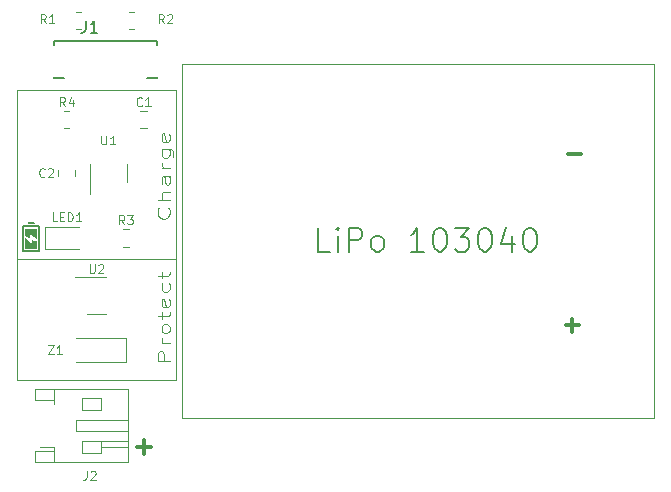
<source format=gbr>
%TF.GenerationSoftware,KiCad,Pcbnew,6.0.10-86aedd382b~118~ubuntu22.04.1*%
%TF.CreationDate,2023-02-04T11:12:36-05:00*%
%TF.ProjectId,HP Classic V3,48502043-6c61-4737-9369-632056332e6b,V3.1*%
%TF.SameCoordinates,Original*%
%TF.FileFunction,Legend,Top*%
%TF.FilePolarity,Positive*%
%FSLAX46Y46*%
G04 Gerber Fmt 4.6, Leading zero omitted, Abs format (unit mm)*
G04 Created by KiCad (PCBNEW 6.0.10-86aedd382b~118~ubuntu22.04.1) date 2023-02-04 11:12:36*
%MOMM*%
%LPD*%
G01*
G04 APERTURE LIST*
%ADD10C,0.100000*%
%ADD11C,0.000000*%
%ADD12C,0.300000*%
%ADD13C,0.200000*%
%ADD14C,0.150000*%
%ADD15C,0.120000*%
G04 APERTURE END LIST*
D10*
X14202380Y13071428D02*
X13202380Y13071428D01*
X13202380Y13642857D01*
X13250000Y13785714D01*
X13297619Y13857142D01*
X13392857Y13928571D01*
X13535714Y13928571D01*
X13630952Y13857142D01*
X13678571Y13785714D01*
X13726190Y13642857D01*
X13726190Y13071428D01*
X14202380Y14571428D02*
X13535714Y14571428D01*
X13726190Y14571428D02*
X13630952Y14642857D01*
X13583333Y14714285D01*
X13535714Y14857142D01*
X13535714Y15000000D01*
X14202380Y15714285D02*
X14154761Y15571428D01*
X14107142Y15500000D01*
X14011904Y15428571D01*
X13726190Y15428571D01*
X13630952Y15500000D01*
X13583333Y15571428D01*
X13535714Y15714285D01*
X13535714Y15928571D01*
X13583333Y16071428D01*
X13630952Y16142857D01*
X13726190Y16214285D01*
X14011904Y16214285D01*
X14107142Y16142857D01*
X14154761Y16071428D01*
X14202380Y15928571D01*
X14202380Y15714285D01*
X13535714Y16642857D02*
X13535714Y17214285D01*
X13202380Y16857142D02*
X14059523Y16857142D01*
X14154761Y16928571D01*
X14202380Y17071428D01*
X14202380Y17214285D01*
X14154761Y18285714D02*
X14202380Y18142857D01*
X14202380Y17857142D01*
X14154761Y17714285D01*
X14059523Y17642857D01*
X13678571Y17642857D01*
X13583333Y17714285D01*
X13535714Y17857142D01*
X13535714Y18142857D01*
X13583333Y18285714D01*
X13678571Y18357142D01*
X13773809Y18357142D01*
X13869047Y17642857D01*
X14154761Y19642857D02*
X14202380Y19500000D01*
X14202380Y19214285D01*
X14154761Y19071428D01*
X14107142Y19000000D01*
X14011904Y18928571D01*
X13726190Y18928571D01*
X13630952Y19000000D01*
X13583333Y19071428D01*
X13535714Y19214285D01*
X13535714Y19500000D01*
X13583333Y19642857D01*
X13535714Y20071428D02*
X13535714Y20642857D01*
X13202380Y20285714D02*
X14059523Y20285714D01*
X14154761Y20357142D01*
X14202380Y20500000D01*
X14202380Y20642857D01*
X14107142Y26071428D02*
X14154761Y26000000D01*
X14202380Y25785714D01*
X14202380Y25642857D01*
X14154761Y25428571D01*
X14059523Y25285714D01*
X13964285Y25214285D01*
X13773809Y25142857D01*
X13630952Y25142857D01*
X13440476Y25214285D01*
X13345238Y25285714D01*
X13250000Y25428571D01*
X13202380Y25642857D01*
X13202380Y25785714D01*
X13250000Y26000000D01*
X13297619Y26071428D01*
X14202380Y26714285D02*
X13202380Y26714285D01*
X14202380Y27357142D02*
X13678571Y27357142D01*
X13583333Y27285714D01*
X13535714Y27142857D01*
X13535714Y26928571D01*
X13583333Y26785714D01*
X13630952Y26714285D01*
X14202380Y28714285D02*
X13678571Y28714285D01*
X13583333Y28642857D01*
X13535714Y28500000D01*
X13535714Y28214285D01*
X13583333Y28071428D01*
X14154761Y28714285D02*
X14202380Y28571428D01*
X14202380Y28214285D01*
X14154761Y28071428D01*
X14059523Y28000000D01*
X13964285Y28000000D01*
X13869047Y28071428D01*
X13821428Y28214285D01*
X13821428Y28571428D01*
X13773809Y28714285D01*
X14202380Y29428571D02*
X13535714Y29428571D01*
X13726190Y29428571D02*
X13630952Y29500000D01*
X13583333Y29571428D01*
X13535714Y29714285D01*
X13535714Y29857142D01*
X13535714Y31000000D02*
X14345238Y31000000D01*
X14440476Y30928571D01*
X14488095Y30857142D01*
X14535714Y30714285D01*
X14535714Y30500000D01*
X14488095Y30357142D01*
X14154761Y31000000D02*
X14202380Y30857142D01*
X14202380Y30571428D01*
X14154761Y30428571D01*
X14107142Y30357142D01*
X14011904Y30285714D01*
X13726190Y30285714D01*
X13630952Y30357142D01*
X13583333Y30428571D01*
X13535714Y30571428D01*
X13535714Y30857142D01*
X13583333Y31000000D01*
X14154761Y32285714D02*
X14202380Y32142857D01*
X14202380Y31857142D01*
X14154761Y31714285D01*
X14059523Y31642857D01*
X13678571Y31642857D01*
X13583333Y31714285D01*
X13535714Y31857142D01*
X13535714Y32142857D01*
X13583333Y32285714D01*
X13678571Y32357142D01*
X13773809Y32357142D01*
X13869047Y31642857D01*
X1250000Y21750000D02*
X14750000Y21750000D01*
X14750000Y21750000D02*
X14750000Y11500000D01*
X14750000Y11500000D02*
X1250000Y11500000D01*
X1250000Y11500000D02*
X1250000Y21750000D01*
X1250000Y36000000D02*
X14750000Y36000000D01*
X14750000Y36000000D02*
X14750000Y21750000D01*
X14750000Y21750000D02*
X1250000Y21750000D01*
X1250000Y21750000D02*
X1250000Y36000000D01*
D11*
G36*
X2675518Y24869433D02*
G01*
X2678704Y24869284D01*
X2681864Y24869035D01*
X2684997Y24868685D01*
X2688103Y24868235D01*
X2691179Y24867683D01*
X2694226Y24867030D01*
X2697243Y24866275D01*
X2700228Y24865417D01*
X2703182Y24864457D01*
X2706104Y24863394D01*
X2708992Y24862228D01*
X2711846Y24860957D01*
X2714665Y24859582D01*
X2717448Y24858103D01*
X2720195Y24856518D01*
X2722936Y24854847D01*
X2725603Y24853108D01*
X2728196Y24851300D01*
X2730717Y24849424D01*
X2733164Y24847480D01*
X2735538Y24845468D01*
X2737841Y24843387D01*
X2740072Y24841239D01*
X2742232Y24839022D01*
X2744320Y24836737D01*
X2746339Y24834383D01*
X2748287Y24831962D01*
X2750165Y24829472D01*
X2751974Y24826914D01*
X2753714Y24824288D01*
X2755385Y24821593D01*
X2756969Y24818803D01*
X2758449Y24815987D01*
X2759824Y24813146D01*
X2761094Y24810278D01*
X2762261Y24807384D01*
X2763324Y24804464D01*
X2764284Y24801517D01*
X2765141Y24798541D01*
X2765897Y24795538D01*
X2766550Y24792507D01*
X2767101Y24789447D01*
X2767552Y24786358D01*
X2767901Y24783240D01*
X2768151Y24780091D01*
X2768300Y24776913D01*
X2768350Y24773704D01*
X2768350Y24677395D01*
X2192087Y24677395D01*
X2192087Y24773439D01*
X2192199Y24778310D01*
X2192533Y24783100D01*
X2193090Y24787807D01*
X2193869Y24792431D01*
X2194870Y24796972D01*
X2196092Y24801428D01*
X2197535Y24805799D01*
X2199198Y24810084D01*
X2201081Y24814282D01*
X2203185Y24818392D01*
X2205507Y24822415D01*
X2208049Y24826348D01*
X2210809Y24830191D01*
X2213788Y24833943D01*
X2216984Y24837604D01*
X2220398Y24841172D01*
X2223966Y24844586D01*
X2227627Y24847782D01*
X2231379Y24850761D01*
X2235222Y24853521D01*
X2239155Y24856063D01*
X2243178Y24858385D01*
X2247288Y24860489D01*
X2251486Y24862372D01*
X2255771Y24864036D01*
X2260142Y24865479D01*
X2264598Y24866701D01*
X2269139Y24867701D01*
X2273763Y24868480D01*
X2278470Y24869037D01*
X2283260Y24869371D01*
X2288131Y24869483D01*
X2672306Y24869483D01*
X2675518Y24869433D01*
G37*
G36*
X2034164Y23469506D02*
G01*
X2115358Y23397341D01*
X2507206Y23051531D01*
X2509255Y23049897D01*
X2511336Y23048368D01*
X2513447Y23046945D01*
X2515590Y23045627D01*
X2517763Y23044415D01*
X2519968Y23043308D01*
X2522203Y23042307D01*
X2524470Y23041411D01*
X2526767Y23040620D01*
X2529096Y23039935D01*
X2531456Y23039355D01*
X2533846Y23038881D01*
X2536268Y23038512D01*
X2538720Y23038248D01*
X2541204Y23038090D01*
X2543719Y23038037D01*
X2545154Y23038056D01*
X2546583Y23038112D01*
X2548005Y23038205D01*
X2549420Y23038335D01*
X2550826Y23038502D01*
X2552225Y23038707D01*
X2553615Y23038949D01*
X2554996Y23039228D01*
X2556368Y23039544D01*
X2557731Y23039898D01*
X2559083Y23040288D01*
X2560424Y23040716D01*
X2561755Y23041181D01*
X2563075Y23041683D01*
X2564383Y23042223D01*
X2565679Y23042800D01*
X2567511Y23043712D01*
X2569285Y23044663D01*
X2571002Y23045653D01*
X2572661Y23046681D01*
X2574263Y23047747D01*
X2575807Y23048852D01*
X2577293Y23049994D01*
X2578722Y23051175D01*
X2580093Y23052394D01*
X2581407Y23053651D01*
X2582662Y23054946D01*
X2583859Y23056278D01*
X2584999Y23057648D01*
X2586081Y23059055D01*
X2587104Y23060500D01*
X2588070Y23061982D01*
X2588977Y23063501D01*
X2589826Y23065058D01*
X2590617Y23066651D01*
X2591349Y23068281D01*
X2592024Y23069948D01*
X2592640Y23071652D01*
X2593197Y23073393D01*
X2593696Y23075170D01*
X2594137Y23076983D01*
X2594518Y23078833D01*
X2594842Y23080719D01*
X2595106Y23082641D01*
X2595312Y23084599D01*
X2595459Y23086593D01*
X2595548Y23088623D01*
X2595577Y23090689D01*
X2595577Y23353950D01*
X2813032Y23277353D01*
X2960438Y23226156D01*
X2960438Y22564698D01*
X2000000Y22564698D01*
X2000000Y23500000D01*
X2034164Y23469506D01*
G37*
G36*
X2960702Y23366650D02*
G01*
X2960437Y23366650D01*
X2758825Y23539422D01*
X2539750Y23726747D01*
X2406962Y23840088D01*
X2400717Y23845316D01*
X2405246Y23841308D01*
X2446617Y23805593D01*
X2444672Y23807085D01*
X2442709Y23808482D01*
X2440727Y23809787D01*
X2438725Y23810997D01*
X2436702Y23812112D01*
X2434659Y23813132D01*
X2432595Y23814057D01*
X2430510Y23814887D01*
X2428403Y23815620D01*
X2426274Y23816257D01*
X2424123Y23816797D01*
X2421948Y23817239D01*
X2419751Y23817584D01*
X2417530Y23817831D01*
X2415284Y23817979D01*
X2413015Y23818029D01*
X2411678Y23818010D01*
X2410347Y23817954D01*
X2409021Y23817861D01*
X2407698Y23817731D01*
X2406379Y23817564D01*
X2405062Y23817359D01*
X2403746Y23817117D01*
X2402431Y23816838D01*
X2401117Y23816522D01*
X2399801Y23816168D01*
X2398484Y23815778D01*
X2397164Y23815350D01*
X2395842Y23814885D01*
X2394516Y23814382D01*
X2393185Y23813843D01*
X2391848Y23813266D01*
X2390188Y23812403D01*
X2388580Y23811499D01*
X2387025Y23810555D01*
X2385523Y23809570D01*
X2384073Y23808545D01*
X2382676Y23807479D01*
X2381332Y23806372D01*
X2380041Y23805225D01*
X2378802Y23804038D01*
X2377616Y23802809D01*
X2376483Y23801540D01*
X2375403Y23800230D01*
X2374375Y23798879D01*
X2373400Y23797487D01*
X2372477Y23796054D01*
X2371607Y23794580D01*
X2370790Y23793065D01*
X2370026Y23791509D01*
X2369315Y23789911D01*
X2368656Y23788273D01*
X2368050Y23786593D01*
X2367496Y23784872D01*
X2366995Y23783109D01*
X2366547Y23781305D01*
X2366152Y23779460D01*
X2365809Y23777573D01*
X2365520Y23775644D01*
X2365282Y23773674D01*
X2365098Y23771663D01*
X2364966Y23769609D01*
X2364861Y23765377D01*
X2365919Y23504233D01*
X2318327Y23521034D01*
X2229659Y23552122D01*
X2000265Y23633879D01*
X2000265Y24293750D01*
X2960702Y24293750D01*
X2960702Y23366650D01*
G37*
G36*
X1894078Y22276786D02*
G01*
X1884385Y22277446D01*
X1874877Y22278546D01*
X1865555Y22280084D01*
X1856416Y22282062D01*
X1847462Y22284477D01*
X1838692Y22287331D01*
X1830105Y22290622D01*
X1821700Y22294351D01*
X1813479Y22298516D01*
X1805439Y22303117D01*
X1797581Y22308155D01*
X1789905Y22313628D01*
X1782410Y22319537D01*
X1775095Y22325880D01*
X1767960Y22332658D01*
X1761139Y22339793D01*
X1754763Y22347107D01*
X1748833Y22354603D01*
X1743346Y22362279D01*
X1738303Y22370137D01*
X1733702Y22378176D01*
X1729543Y22386398D01*
X1725826Y22394802D01*
X1722548Y22403389D01*
X1719710Y22412160D01*
X1717311Y22421114D01*
X1715350Y22430252D01*
X1713826Y22439575D01*
X1712738Y22449082D01*
X1712086Y22458775D01*
X1711869Y22468654D01*
X1903956Y22468654D01*
X3056481Y22468654D01*
X3056481Y24389264D01*
X1903956Y24389264D01*
X1903956Y22468654D01*
X1711869Y22468654D01*
X1711869Y24389264D01*
X1712089Y24399143D01*
X1712749Y24408836D01*
X1713848Y24418343D01*
X1715387Y24427666D01*
X1717364Y24436804D01*
X1719780Y24445758D01*
X1722634Y24454529D01*
X1725925Y24463116D01*
X1729653Y24471520D01*
X1733818Y24479742D01*
X1738420Y24487781D01*
X1743458Y24495639D01*
X1748931Y24503315D01*
X1754839Y24510811D01*
X1761183Y24518125D01*
X1767960Y24525260D01*
X1775095Y24532081D01*
X1782410Y24538457D01*
X1789905Y24544388D01*
X1797581Y24549875D01*
X1805439Y24554918D01*
X1813479Y24559518D01*
X1821700Y24563677D01*
X1830104Y24567395D01*
X1838692Y24570672D01*
X1847462Y24573510D01*
X1856416Y24575910D01*
X1865555Y24577871D01*
X1874877Y24579395D01*
X1884385Y24580483D01*
X1894078Y24581135D01*
X1903956Y24581352D01*
X3056481Y24581352D01*
X3066360Y24581132D01*
X3076053Y24580472D01*
X3085560Y24579372D01*
X3094883Y24577834D01*
X3104021Y24575856D01*
X3112975Y24573441D01*
X3121746Y24570587D01*
X3130333Y24567296D01*
X3138737Y24563567D01*
X3146959Y24559402D01*
X3154998Y24554801D01*
X3162856Y24549763D01*
X3170532Y24544290D01*
X3178028Y24538381D01*
X3185342Y24532038D01*
X3192477Y24525260D01*
X3199298Y24518125D01*
X3205674Y24510811D01*
X3211605Y24503315D01*
X3217092Y24495639D01*
X3222135Y24487781D01*
X3226735Y24479742D01*
X3230894Y24471520D01*
X3234612Y24463116D01*
X3237889Y24454529D01*
X3240727Y24445758D01*
X3243126Y24436804D01*
X3245088Y24427666D01*
X3246612Y24418343D01*
X3247699Y24408836D01*
X3248351Y24399143D01*
X3248569Y24389264D01*
X3248569Y22468654D01*
X3248349Y22458775D01*
X3247689Y22449082D01*
X3246589Y22439575D01*
X3245051Y22430252D01*
X3243073Y22421114D01*
X3240657Y22412160D01*
X3237804Y22403389D01*
X3234513Y22394802D01*
X3230784Y22386398D01*
X3226619Y22378176D01*
X3222018Y22370137D01*
X3216980Y22362279D01*
X3211507Y22354603D01*
X3205598Y22347107D01*
X3199255Y22339793D01*
X3192477Y22332658D01*
X3185386Y22325837D01*
X3178104Y22319461D01*
X3170631Y22313530D01*
X3162968Y22308043D01*
X3155116Y22303000D01*
X3147075Y22298400D01*
X3138847Y22294241D01*
X3130432Y22290523D01*
X3121831Y22287246D01*
X3113045Y22284408D01*
X3104075Y22282009D01*
X3094920Y22280047D01*
X3085583Y22278523D01*
X3076063Y22277436D01*
X3066363Y22276784D01*
X3056481Y22276566D01*
X1903956Y22276566D01*
X1894078Y22276786D01*
G37*
D12*
X47928571Y30642857D02*
X49071428Y30642857D01*
X47728571Y16092857D02*
X48871428Y16092857D01*
X48300000Y15521428D02*
X48300000Y16664285D01*
X11478571Y5792857D02*
X12621428Y5792857D01*
X12050000Y5221428D02*
X12050000Y6364285D01*
D10*
X15250000Y38250000D02*
X55250000Y38250000D01*
X55250000Y38250000D02*
X55250000Y8250000D01*
X55250000Y8250000D02*
X15250000Y8250000D01*
X15250000Y8250000D02*
X15250000Y38250000D01*
D13*
X27761904Y22345238D02*
X26809523Y22345238D01*
X26809523Y24345238D01*
X28428571Y22345238D02*
X28428571Y23678571D01*
X28428571Y24345238D02*
X28333333Y24250000D01*
X28428571Y24154761D01*
X28523809Y24250000D01*
X28428571Y24345238D01*
X28428571Y24154761D01*
X29380952Y22345238D02*
X29380952Y24345238D01*
X30142857Y24345238D01*
X30333333Y24250000D01*
X30428571Y24154761D01*
X30523809Y23964285D01*
X30523809Y23678571D01*
X30428571Y23488095D01*
X30333333Y23392857D01*
X30142857Y23297619D01*
X29380952Y23297619D01*
X31666666Y22345238D02*
X31476190Y22440476D01*
X31380952Y22535714D01*
X31285714Y22726190D01*
X31285714Y23297619D01*
X31380952Y23488095D01*
X31476190Y23583333D01*
X31666666Y23678571D01*
X31952380Y23678571D01*
X32142857Y23583333D01*
X32238095Y23488095D01*
X32333333Y23297619D01*
X32333333Y22726190D01*
X32238095Y22535714D01*
X32142857Y22440476D01*
X31952380Y22345238D01*
X31666666Y22345238D01*
X35761904Y22345238D02*
X34619047Y22345238D01*
X35190476Y22345238D02*
X35190476Y24345238D01*
X35000000Y24059523D01*
X34809523Y23869047D01*
X34619047Y23773809D01*
X37000000Y24345238D02*
X37190476Y24345238D01*
X37380952Y24250000D01*
X37476190Y24154761D01*
X37571428Y23964285D01*
X37666666Y23583333D01*
X37666666Y23107142D01*
X37571428Y22726190D01*
X37476190Y22535714D01*
X37380952Y22440476D01*
X37190476Y22345238D01*
X37000000Y22345238D01*
X36809523Y22440476D01*
X36714285Y22535714D01*
X36619047Y22726190D01*
X36523809Y23107142D01*
X36523809Y23583333D01*
X36619047Y23964285D01*
X36714285Y24154761D01*
X36809523Y24250000D01*
X37000000Y24345238D01*
X38333333Y24345238D02*
X39571428Y24345238D01*
X38904761Y23583333D01*
X39190476Y23583333D01*
X39380952Y23488095D01*
X39476190Y23392857D01*
X39571428Y23202380D01*
X39571428Y22726190D01*
X39476190Y22535714D01*
X39380952Y22440476D01*
X39190476Y22345238D01*
X38619047Y22345238D01*
X38428571Y22440476D01*
X38333333Y22535714D01*
X40809523Y24345238D02*
X41000000Y24345238D01*
X41190476Y24250000D01*
X41285714Y24154761D01*
X41380952Y23964285D01*
X41476190Y23583333D01*
X41476190Y23107142D01*
X41380952Y22726190D01*
X41285714Y22535714D01*
X41190476Y22440476D01*
X41000000Y22345238D01*
X40809523Y22345238D01*
X40619047Y22440476D01*
X40523809Y22535714D01*
X40428571Y22726190D01*
X40333333Y23107142D01*
X40333333Y23583333D01*
X40428571Y23964285D01*
X40523809Y24154761D01*
X40619047Y24250000D01*
X40809523Y24345238D01*
X43190476Y23678571D02*
X43190476Y22345238D01*
X42714285Y24440476D02*
X42238095Y23011904D01*
X43476190Y23011904D01*
X44619047Y24345238D02*
X44809523Y24345238D01*
X45000000Y24250000D01*
X45095238Y24154761D01*
X45190476Y23964285D01*
X45285714Y23583333D01*
X45285714Y23107142D01*
X45190476Y22726190D01*
X45095238Y22535714D01*
X45000000Y22440476D01*
X44809523Y22345238D01*
X44619047Y22345238D01*
X44428571Y22440476D01*
X44333333Y22535714D01*
X44238095Y22726190D01*
X44142857Y23107142D01*
X44142857Y23583333D01*
X44238095Y23964285D01*
X44333333Y24154761D01*
X44428571Y24250000D01*
X44619047Y24345238D01*
D14*
%TO.C,J1*%
X7091666Y41882619D02*
X7091666Y41168333D01*
X7044047Y41025476D01*
X6948809Y40930238D01*
X6805952Y40882619D01*
X6710714Y40882619D01*
X8091666Y40882619D02*
X7520238Y40882619D01*
X7805952Y40882619D02*
X7805952Y41882619D01*
X7710714Y41739761D01*
X7615476Y41644523D01*
X7520238Y41596904D01*
D10*
%TO.C,C1*%
X11875000Y34732142D02*
X11839285Y34696428D01*
X11732142Y34660714D01*
X11660714Y34660714D01*
X11553571Y34696428D01*
X11482142Y34767857D01*
X11446428Y34839285D01*
X11410714Y34982142D01*
X11410714Y35089285D01*
X11446428Y35232142D01*
X11482142Y35303571D01*
X11553571Y35375000D01*
X11660714Y35410714D01*
X11732142Y35410714D01*
X11839285Y35375000D01*
X11875000Y35339285D01*
X12589285Y34660714D02*
X12160714Y34660714D01*
X12375000Y34660714D02*
X12375000Y35410714D01*
X12303571Y35303571D01*
X12232142Y35232142D01*
X12160714Y35196428D01*
%TO.C,U2*%
X7428571Y21284242D02*
X7428571Y20677099D01*
X7464285Y20605670D01*
X7500000Y20569956D01*
X7571428Y20534242D01*
X7714285Y20534242D01*
X7785714Y20569956D01*
X7821428Y20605670D01*
X7857142Y20677099D01*
X7857142Y21284242D01*
X8178571Y21212813D02*
X8214285Y21248528D01*
X8285714Y21284242D01*
X8464285Y21284242D01*
X8535714Y21248528D01*
X8571428Y21212813D01*
X8607142Y21141385D01*
X8607142Y21069956D01*
X8571428Y20962813D01*
X8142857Y20534242D01*
X8607142Y20534242D01*
%TO.C,Z1*%
X3892857Y14410714D02*
X4392857Y14410714D01*
X3892857Y13660714D01*
X4392857Y13660714D01*
X5071428Y13660714D02*
X4642857Y13660714D01*
X4857142Y13660714D02*
X4857142Y14410714D01*
X4785714Y14303571D01*
X4714285Y14232142D01*
X4642857Y14196428D01*
%TO.C,R1*%
X3725000Y41680714D02*
X3475000Y42037857D01*
X3296428Y41680714D02*
X3296428Y42430714D01*
X3582142Y42430714D01*
X3653571Y42395000D01*
X3689285Y42359285D01*
X3725000Y42287857D01*
X3725000Y42180714D01*
X3689285Y42109285D01*
X3653571Y42073571D01*
X3582142Y42037857D01*
X3296428Y42037857D01*
X4439285Y41680714D02*
X4010714Y41680714D01*
X4225000Y41680714D02*
X4225000Y42430714D01*
X4153571Y42323571D01*
X4082142Y42252142D01*
X4010714Y42216428D01*
%TO.C,LED1*%
X4660714Y24910714D02*
X4303571Y24910714D01*
X4303571Y25660714D01*
X4910714Y25303571D02*
X5160714Y25303571D01*
X5267857Y24910714D02*
X4910714Y24910714D01*
X4910714Y25660714D01*
X5267857Y25660714D01*
X5589285Y24910714D02*
X5589285Y25660714D01*
X5767857Y25660714D01*
X5875000Y25625000D01*
X5946428Y25553571D01*
X5982142Y25482142D01*
X6017857Y25339285D01*
X6017857Y25232142D01*
X5982142Y25089285D01*
X5946428Y25017857D01*
X5875000Y24946428D01*
X5767857Y24910714D01*
X5589285Y24910714D01*
X6732142Y24910714D02*
X6303571Y24910714D01*
X6517857Y24910714D02*
X6517857Y25660714D01*
X6446428Y25553571D01*
X6375000Y25482142D01*
X6303571Y25446428D01*
%TO.C,C2*%
X3625000Y28732142D02*
X3589285Y28696428D01*
X3482142Y28660714D01*
X3410714Y28660714D01*
X3303571Y28696428D01*
X3232142Y28767857D01*
X3196428Y28839285D01*
X3160714Y28982142D01*
X3160714Y29089285D01*
X3196428Y29232142D01*
X3232142Y29303571D01*
X3303571Y29375000D01*
X3410714Y29410714D01*
X3482142Y29410714D01*
X3589285Y29375000D01*
X3625000Y29339285D01*
X3910714Y29339285D02*
X3946428Y29375000D01*
X4017857Y29410714D01*
X4196428Y29410714D01*
X4267857Y29375000D01*
X4303571Y29339285D01*
X4339285Y29267857D01*
X4339285Y29196428D01*
X4303571Y29089285D01*
X3875000Y28660714D01*
X4339285Y28660714D01*
%TO.C,U1*%
X8428571Y32160714D02*
X8428571Y31553571D01*
X8464285Y31482142D01*
X8500000Y31446428D01*
X8571428Y31410714D01*
X8714285Y31410714D01*
X8785714Y31446428D01*
X8821428Y31482142D01*
X8857142Y31553571D01*
X8857142Y32160714D01*
X9607142Y31410714D02*
X9178571Y31410714D01*
X9392857Y31410714D02*
X9392857Y32160714D01*
X9321428Y32053571D01*
X9250000Y31982142D01*
X9178571Y31946428D01*
%TO.C,J2*%
X7200000Y3780714D02*
X7200000Y3245000D01*
X7164285Y3137857D01*
X7092857Y3066428D01*
X6985714Y3030714D01*
X6914285Y3030714D01*
X7521428Y3709285D02*
X7557142Y3745000D01*
X7628571Y3780714D01*
X7807142Y3780714D01*
X7878571Y3745000D01*
X7914285Y3709285D01*
X7950000Y3637857D01*
X7950000Y3566428D01*
X7914285Y3459285D01*
X7485714Y3030714D01*
X7950000Y3030714D01*
%TO.C,R4*%
X5375000Y34660714D02*
X5125000Y35017857D01*
X4946428Y34660714D02*
X4946428Y35410714D01*
X5232142Y35410714D01*
X5303571Y35375000D01*
X5339285Y35339285D01*
X5375000Y35267857D01*
X5375000Y35160714D01*
X5339285Y35089285D01*
X5303571Y35053571D01*
X5232142Y35017857D01*
X4946428Y35017857D01*
X6017857Y35160714D02*
X6017857Y34660714D01*
X5839285Y35446428D02*
X5660714Y34910714D01*
X6125000Y34910714D01*
%TO.C,R3*%
X10375000Y24660714D02*
X10125000Y25017857D01*
X9946428Y24660714D02*
X9946428Y25410714D01*
X10232142Y25410714D01*
X10303571Y25375000D01*
X10339285Y25339285D01*
X10375000Y25267857D01*
X10375000Y25160714D01*
X10339285Y25089285D01*
X10303571Y25053571D01*
X10232142Y25017857D01*
X9946428Y25017857D01*
X10625000Y25410714D02*
X11089285Y25410714D01*
X10839285Y25125000D01*
X10946428Y25125000D01*
X11017857Y25089285D01*
X11053571Y25053571D01*
X11089285Y24982142D01*
X11089285Y24803571D01*
X11053571Y24732142D01*
X11017857Y24696428D01*
X10946428Y24660714D01*
X10732142Y24660714D01*
X10660714Y24696428D01*
X10625000Y24732142D01*
%TO.C,R2*%
X13725000Y41680714D02*
X13475000Y42037857D01*
X13296428Y41680714D02*
X13296428Y42430714D01*
X13582142Y42430714D01*
X13653571Y42395000D01*
X13689285Y42359285D01*
X13725000Y42287857D01*
X13725000Y42180714D01*
X13689285Y42109285D01*
X13653571Y42073571D01*
X13582142Y42037857D01*
X13296428Y42037857D01*
X14010714Y42359285D02*
X14046428Y42395000D01*
X14117857Y42430714D01*
X14296428Y42430714D01*
X14367857Y42395000D01*
X14403571Y42359285D01*
X14439285Y42287857D01*
X14439285Y42216428D01*
X14403571Y42109285D01*
X13975000Y41680714D01*
X14439285Y41680714D01*
D13*
%TO.C,J1*%
X4380000Y37010000D02*
X5230000Y37010000D01*
X4380000Y39850000D02*
X4380000Y40150000D01*
X13120000Y40150000D02*
X13120000Y39850000D01*
X12270000Y37010000D02*
X13120000Y37010000D01*
X4380000Y37150000D02*
X4380000Y37010000D01*
X4380000Y40150000D02*
X13120000Y40150000D01*
X13120000Y37010000D02*
X13120000Y37150000D01*
D15*
%TO.C,C1*%
X11738748Y32765000D02*
X12261252Y32765000D01*
X11738748Y34235000D02*
X12261252Y34235000D01*
%TO.C,U2*%
X8000000Y17063528D02*
X8800000Y17063528D01*
X8000000Y17063528D02*
X7200000Y17063528D01*
X8000000Y20183528D02*
X8800000Y20183528D01*
X8000000Y20183528D02*
X6200000Y20183528D01*
%TO.C,Z1*%
X10550000Y13000000D02*
X10550000Y15000000D01*
X10550000Y15000000D02*
X6250000Y15000000D01*
X6250000Y13000000D02*
X10550000Y13000000D01*
%TO.C,R1*%
X6727064Y42635000D02*
X6272936Y42635000D01*
X6727064Y41165000D02*
X6272936Y41165000D01*
%TO.C,LED1*%
X6500000Y24460000D02*
X3640000Y24460000D01*
X3640000Y22540000D02*
X6500000Y22540000D01*
X3640000Y24460000D02*
X3640000Y22540000D01*
%TO.C,C2*%
X4765000Y28738748D02*
X4765000Y29261252D01*
X6235000Y28738748D02*
X6235000Y29261252D01*
%TO.C,U1*%
X7440000Y29000000D02*
X7440000Y29800000D01*
X7440000Y29000000D02*
X7440000Y27200000D01*
X10560000Y29000000D02*
X10560000Y29800000D01*
X10560000Y29000000D02*
X10560000Y28200000D01*
%TO.C,J2*%
X6300000Y8120000D02*
X10660000Y8120000D01*
X8400000Y5320000D02*
X8400000Y6320000D01*
X4440000Y9760000D02*
X4440000Y9480000D01*
X4440000Y5760000D02*
X3225000Y5760000D01*
X8400000Y5820000D02*
X10660000Y5820000D01*
X6800000Y5320000D02*
X8400000Y5320000D01*
X8400000Y9920000D02*
X8400000Y8920000D01*
X8400000Y8920000D02*
X6800000Y8920000D01*
X2840000Y4560000D02*
X10660000Y4560000D01*
X4440000Y5760000D02*
X4440000Y5480000D01*
X6800000Y8920000D02*
X6800000Y9920000D01*
X4440000Y10680000D02*
X4440000Y9760000D01*
X2840000Y10680000D02*
X2840000Y9760000D01*
X4440000Y5480000D02*
X2840000Y5480000D01*
X10660000Y10680000D02*
X2840000Y10680000D01*
X8400000Y6320000D02*
X10660000Y6320000D01*
X10660000Y7120000D02*
X6300000Y7120000D01*
X6300000Y7120000D02*
X6300000Y8120000D01*
X2840000Y9760000D02*
X4440000Y9760000D01*
X8400000Y6320000D02*
X6800000Y6320000D01*
X10660000Y4560000D02*
X10660000Y10680000D01*
X6800000Y9920000D02*
X8400000Y9920000D01*
X6800000Y6320000D02*
X6800000Y5320000D01*
X4440000Y4560000D02*
X4440000Y5480000D01*
X2840000Y5480000D02*
X2840000Y4560000D01*
%TO.C,R4*%
X5727064Y34235000D02*
X5272936Y34235000D01*
X5727064Y32765000D02*
X5272936Y32765000D01*
%TO.C,R3*%
X10727064Y22765000D02*
X10272936Y22765000D01*
X10727064Y24235000D02*
X10272936Y24235000D01*
%TO.C,R2*%
X10772936Y41165000D02*
X11227064Y41165000D01*
X10772936Y42635000D02*
X11227064Y42635000D01*
%TD*%
M02*

</source>
